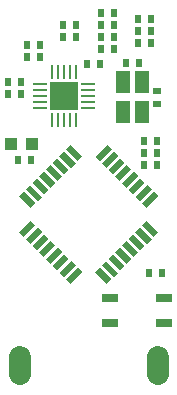
<source format=gtp>
G04 EAGLE Gerber RS-274X export*
G75*
%MOMM*%
%FSLAX34Y34*%
%LPD*%
%INSolder paste top*%
%IPPOS*%
%AMOC8*
5,1,8,0,0,1.08239X$1,22.5*%
G01*
%ADD10R,0.600000X0.700000*%
%ADD11R,0.700000X0.600000*%
%ADD12C,1.900000*%
%ADD13R,1.050000X1.080000*%
%ADD14R,1.450000X0.650000*%
%ADD15R,0.540000X1.400000*%
%ADD16R,0.280000X1.260000*%
%ADD17R,1.260000X0.280000*%
%ADD18R,2.400000X2.400000*%
%ADD19R,1.200000X1.900000*%


D10*
X124040Y196850D03*
X135040Y196850D03*
X19470Y256540D03*
X8470Y256540D03*
X35980Y288290D03*
X24980Y288290D03*
X75780Y281940D03*
X86780Y281940D03*
X35980Y298450D03*
X24980Y298450D03*
X108800Y283210D03*
X119800Y283210D03*
D11*
X134620Y248500D03*
X134620Y259500D03*
D10*
X55460Y314960D03*
X66460Y314960D03*
X55460Y304800D03*
X66460Y304800D03*
X87210Y294640D03*
X98210Y294640D03*
X87210Y314960D03*
X98210Y314960D03*
X118960Y299720D03*
X129960Y299720D03*
X129960Y320040D03*
X118960Y320040D03*
X124040Y207010D03*
X135040Y207010D03*
X124040Y217170D03*
X135040Y217170D03*
D12*
X18500Y34350D02*
X18500Y19350D01*
X135500Y19350D02*
X135500Y34350D01*
D10*
X98210Y325120D03*
X87210Y325120D03*
X98210Y304800D03*
X87210Y304800D03*
X129960Y309880D03*
X118960Y309880D03*
D13*
X29070Y214630D03*
X11570Y214630D03*
D10*
X138850Y105410D03*
X127850Y105410D03*
X8470Y266700D03*
X19470Y266700D03*
X28360Y200660D03*
X17360Y200660D03*
D14*
X95360Y84410D03*
X140860Y84410D03*
X95360Y62910D03*
X140860Y62910D03*
D15*
G36*
X132012Y174172D02*
X135830Y170354D01*
X125932Y160456D01*
X122114Y164274D01*
X132012Y174172D01*
G37*
G36*
X126355Y179829D02*
X130173Y176011D01*
X120275Y166113D01*
X116457Y169931D01*
X126355Y179829D01*
G37*
G36*
X120699Y185486D02*
X124517Y181668D01*
X114619Y171770D01*
X110801Y175588D01*
X120699Y185486D01*
G37*
G36*
X115042Y191143D02*
X118860Y187325D01*
X108962Y177427D01*
X105144Y181245D01*
X115042Y191143D01*
G37*
G36*
X109385Y196800D02*
X113203Y192982D01*
X103305Y183084D01*
X99487Y186902D01*
X109385Y196800D01*
G37*
G36*
X103799Y202386D02*
X107617Y198568D01*
X97719Y188670D01*
X93901Y192488D01*
X103799Y202386D01*
G37*
G36*
X98142Y208043D02*
X101960Y204225D01*
X92062Y194327D01*
X88244Y198145D01*
X98142Y208043D01*
G37*
G36*
X92485Y213700D02*
X96303Y209882D01*
X86405Y199984D01*
X82587Y203802D01*
X92485Y213700D01*
G37*
G36*
X57768Y209952D02*
X61586Y213770D01*
X71484Y203872D01*
X67666Y200054D01*
X57768Y209952D01*
G37*
G36*
X52111Y204295D02*
X55929Y208113D01*
X65827Y198215D01*
X62009Y194397D01*
X52111Y204295D01*
G37*
G36*
X46454Y198639D02*
X50272Y202457D01*
X60170Y192559D01*
X56352Y188741D01*
X46454Y198639D01*
G37*
G36*
X40797Y192982D02*
X44615Y196800D01*
X54513Y186902D01*
X50695Y183084D01*
X40797Y192982D01*
G37*
G36*
X35140Y187325D02*
X38958Y191143D01*
X48856Y181245D01*
X45038Y177427D01*
X35140Y187325D01*
G37*
G36*
X29483Y181668D02*
X33301Y185486D01*
X43199Y175588D01*
X39381Y171770D01*
X29483Y181668D01*
G37*
G36*
X23827Y176011D02*
X27645Y179829D01*
X37543Y169931D01*
X33725Y166113D01*
X23827Y176011D01*
G37*
G36*
X18170Y170354D02*
X21988Y174172D01*
X31886Y164274D01*
X28068Y160456D01*
X18170Y170354D01*
G37*
G36*
X21988Y135708D02*
X18170Y139526D01*
X28068Y149424D01*
X31886Y145606D01*
X21988Y135708D01*
G37*
G36*
X27645Y130051D02*
X23827Y133869D01*
X33725Y143767D01*
X37543Y139949D01*
X27645Y130051D01*
G37*
G36*
X33301Y124394D02*
X29483Y128212D01*
X39381Y138110D01*
X43199Y134292D01*
X33301Y124394D01*
G37*
G36*
X38958Y118737D02*
X35140Y122555D01*
X45038Y132453D01*
X48856Y128635D01*
X38958Y118737D01*
G37*
G36*
X44615Y113080D02*
X40797Y116898D01*
X50695Y126796D01*
X54513Y122978D01*
X44615Y113080D01*
G37*
G36*
X50272Y107423D02*
X46454Y111241D01*
X56352Y121139D01*
X60170Y117321D01*
X50272Y107423D01*
G37*
G36*
X55929Y101767D02*
X52111Y105585D01*
X62009Y115483D01*
X65827Y111665D01*
X55929Y101767D01*
G37*
G36*
X61586Y96110D02*
X57768Y99928D01*
X67666Y109826D01*
X71484Y106008D01*
X61586Y96110D01*
G37*
G36*
X96232Y99928D02*
X92414Y96110D01*
X82516Y106008D01*
X86334Y109826D01*
X96232Y99928D01*
G37*
G36*
X101889Y105585D02*
X98071Y101767D01*
X88173Y111665D01*
X91991Y115483D01*
X101889Y105585D01*
G37*
G36*
X107546Y111241D02*
X103728Y107423D01*
X93830Y117321D01*
X97648Y121139D01*
X107546Y111241D01*
G37*
G36*
X113203Y116898D02*
X109385Y113080D01*
X99487Y122978D01*
X103305Y126796D01*
X113203Y116898D01*
G37*
G36*
X118860Y122555D02*
X115042Y118737D01*
X105144Y128635D01*
X108962Y132453D01*
X118860Y122555D01*
G37*
G36*
X124517Y128212D02*
X120699Y124394D01*
X110801Y134292D01*
X114619Y138110D01*
X124517Y128212D01*
G37*
G36*
X130173Y133869D02*
X126355Y130051D01*
X116457Y139949D01*
X120275Y143767D01*
X130173Y133869D01*
G37*
G36*
X135830Y139526D02*
X132012Y135708D01*
X122114Y145606D01*
X125932Y149424D01*
X135830Y139526D01*
G37*
D16*
X45880Y234970D03*
X50880Y234970D03*
X55880Y234970D03*
X60880Y234970D03*
X65880Y234970D03*
D17*
X76180Y245270D03*
X76180Y250270D03*
X76180Y255270D03*
X76180Y260270D03*
X76180Y265270D03*
D16*
X65880Y275570D03*
X60880Y275570D03*
X55880Y275570D03*
X50880Y275570D03*
X45880Y275570D03*
D17*
X35580Y265270D03*
X35580Y260270D03*
X35580Y255270D03*
X35580Y250270D03*
X35580Y245270D03*
D18*
X55880Y255270D03*
D19*
X106300Y266600D03*
X106300Y241400D03*
X122300Y241400D03*
X122300Y266600D03*
M02*

</source>
